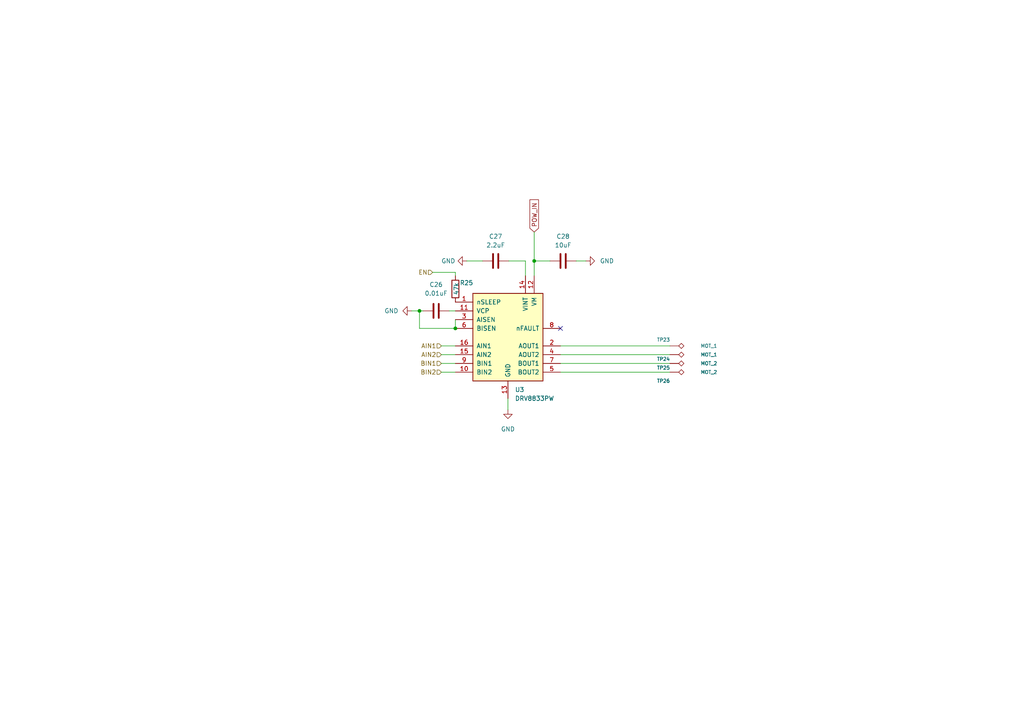
<source format=kicad_sch>
(kicad_sch (version 20211123) (generator eeschema)
  (paper "A4")
  (title_block (title "MUSHAK_PCB") (date "9 Aug 2022") (company "SRA-VJTI") (comment 1 "Designed by - Chinmay Lonkar"))
  (lib_symbols
    (symbol "Connector:TestPoint_Alt" (pin_numbers hide) (pin_names (offset 0.762) hide)
      (property "Reference" "TP" (at 0 6.858 0))
      (property "Value" "TestPoint_Alt" (at 0 5.08 0))
      (symbol "TestPoint_Alt_0_1"
        (polyline (pts (xy 0 2.54) (xy -0.762 3.302) (xy 0 4.064) (xy 0.762 3.302) (xy 0 2.54)))
      )
      (symbol "TestPoint_Alt_1_1"
        (pin passive line (at 0 0 90) (length 2.54) (name "1") (number "1"))
      )
    )
    (symbol "Device:C" (pin_numbers hide) (pin_names (offset 0.254))
      (property "Reference" "C" (at 0.635 2.54 0))
      (property "Value" "C" (at 0.635 -2.54 0))
      (symbol "C_0_1"
        (polyline (pts (xy -2.032 -0.762) (xy 2.032 -0.762)) (stroke (width 0.508)))
        (polyline (pts (xy -2.032 0.762) (xy 2.032 0.762)) (stroke (width 0.508)))
      )
      (symbol "C_1_1"
        (pin passive line (at 0 3.81 270) (length 2.794) (name "~") (number "1"))
        (pin passive line (at 0 -3.81 90) (length 2.794) (name "~") (number "2"))
      )
    )
    (symbol "Device:R" (pin_numbers hide) (pin_names (offset 0))
      (property "Reference" "R" (at 2.032 0 90))
      (property "Value" "R" (at 0 0 90))
      (symbol "R_0_1"
        (rectangle (start -1.016 -2.54) (end 1.016 2.54) (stroke (width 0.254)))
      )
      (symbol "R_1_1"
        (pin passive line (at 0 3.81 270) (length 1.27) (name "~") (number "1"))
        (pin passive line (at 0 -3.81 90) (length 1.27) (name "~") (number "2"))
      )
    )
    (symbol "Driver_Motor:DRV8833PW" (pin_names (offset 1.016))
      (property "Reference" "U" (at -3.81 16.51 0))
      (property "Value" "DRV8833PW" (at -3.81 13.97 0))
      (symbol "DRV8833PW_0_1"
        (rectangle (start -10.16 12.7) (end 10.16 -12.7) (stroke (width 0.254)) (fill (type background)))
      )
      (symbol "DRV8833PW_1_1"
        (pin input line (at -15.24 10.16 0) (length 5.08) (name "nSLEEP") (number "1"))
        (pin input line (at -15.24 -10.16 0) (length 5.08) (name "BIN2") (number "10"))
        (pin bidirectional line (at -15.24 7.62 0) (length 5.08) (name "VCP") (number "11"))
        (pin power_in line (at 7.62 17.78 270) (length 5.08) (name "VM") (number "12"))
        (pin power_in line (at 0 -17.78 90) (length 5.08) (name "GND") (number "13"))
        (pin power_in line (at 5.08 17.78 270) (length 5.08) (name "VINT") (number "14"))
        (pin input line (at -15.24 -5.08 0) (length 5.08) (name "AIN2") (number "15"))
        (pin input line (at -15.24 -2.54 0) (length 5.08) (name "AIN1") (number "16"))
        (pin power_out line (at 15.24 -2.54 180) (length 5.08) (name "AOUT1") (number "2"))
        (pin bidirectional line (at -15.24 5.08 0) (length 5.08) (name "AISEN") (number "3"))
        (pin power_out line (at 15.24 -5.08 180) (length 5.08) (name "AOUT2") (number "4"))
        (pin power_out line (at 15.24 -10.16 180) (length 5.08) (name "BOUT2") (number "5"))
        (pin bidirectional line (at -15.24 2.54 0) (length 5.08) (name "BISEN") (number "6"))
        (pin power_out line (at 15.24 -7.62 180) (length 5.08) (name "BOUT1") (number "7"))
        (pin open_collector line (at 15.24 2.54 180) (length 5.08) (name "nFAULT") (number "8"))
        (pin input line (at -15.24 -7.62 0) (length 5.08) (name "BIN1") (number "9"))
      )
    )
    (symbol "power:GND" (power) (pin_names (offset 0))
      (property "Value" "GND" (at 0 -3.81 0))
      (symbol "GND_0_1"
        (polyline (pts (xy 0 0) (xy 0 -1.27) (xy 1.27 -1.27) (xy 0 -2.54) (xy -1.27 -1.27) (xy 0 -1.27)))
      )
      (symbol "GND_1_1"
        (pin power_in line (at 0 0 270) (length 0) hide (name "GND") (number "1"))
      )
    )
  )
  (junction (at 132.08 95.25))
  (junction (at 154.94 75.692))
  (junction (at 121.666 90.17))
  (no_connect (at 162.56 95.25))
  (wire (pts (xy 154.94 67.31) (xy 154.94 75.692)))
  (wire (pts (xy 121.666 90.17) (xy 122.682 90.17)))
  (wire (pts (xy 162.56 107.95) (xy 194.31 107.95)))
  (wire (pts (xy 119.38 90.17) (xy 121.666 90.17)))
  (wire (pts (xy 152.4 75.692) (xy 152.4 80.01)))
  (wire (pts (xy 128.016 105.41) (xy 132.08 105.41)))
  (wire (pts (xy 132.08 78.994) (xy 132.08 80.01)))
  (wire (pts (xy 154.94 75.692) (xy 159.512 75.692)))
  (wire (pts (xy 147.32 115.57) (xy 147.32 118.872)))
  (wire (pts (xy 128.016 102.87) (xy 132.08 102.87)))
  (wire (pts (xy 135.382 75.692) (xy 139.954 75.692)))
  (wire (pts (xy 147.574 75.692) (xy 152.4 75.692)))
  (wire (pts (xy 162.56 100.33) (xy 194.31 100.33)))
  (wire (pts (xy 128.016 107.95) (xy 132.08 107.95)))
  (wire (pts (xy 121.666 95.25) (xy 121.666 90.17)))
  (wire (pts (xy 128.016 100.33) (xy 132.08 100.33)))
  (wire (pts (xy 125.476 78.994) (xy 132.08 78.994)))
  (wire (pts (xy 167.132 75.692) (xy 169.926 75.692)))
  (wire (pts (xy 154.94 80.01) (xy 154.94 75.692)))
  (wire (pts (xy 162.56 105.41) (xy 194.31 105.41)))
  (wire (pts (xy 162.56 102.87) (xy 194.31 102.87)))
  (wire (pts (xy 132.08 92.71) (xy 132.08 95.25)))
  (wire (pts (xy 132.08 95.25) (xy 121.666 95.25)))
  (wire (pts (xy 130.302 90.17) (xy 132.08 90.17)))
  (global_label "POW_IN" (shape input) (at 154.94 67.31 90) (property "Intersheet References" "${INTERSHEET_REFS}" (effects hide)))
  (hierarchical_label "BIN2" (shape input) (at 128.016 107.95 180))
  (hierarchical_label "AIN2" (shape input) (at 128.016 102.87 180))
  (hierarchical_label "BIN1" (shape input) (at 128.016 105.41 180))
  (hierarchical_label "EN" (shape input) (at 125.476 78.994 180))
  (hierarchical_label "AIN1" (shape input) (at 128.016 100.33 180))
  (symbol (lib_id "power:GND") (at 135.382 75.692 270) (unit 1)
    (property "Reference" "#PWR014" (effects hide))
    (property "Value" "GND" (at 132.08 75.6919 90) (effects (justify right)))
  )
  (symbol (lib_id "Connector:TestPoint_Alt") (at 194.31 107.95 270) (unit 1)
    (property "Reference" "TP26" (at 190.5 110.49 90) (effects (font (size 1 1)) (justify left)))
    (property "Value" "MOT_2" (at 203.2 107.95 90) (effects (font (size 1 1)) (justify left)))
    (property "Footprint" "TestPoint:TestPoint_Pad_1.0x1.0mm" (effects hide))
  )
  (symbol (lib_id "power:GND") (at 147.32 118.872 0) (unit 1)
    (property "Reference" "#PWR015" (effects hide))
    (property "Value" "GND" (at 147.32 124.46 0))
  )
  (symbol (lib_id "power:GND") (at 119.38 90.17 270) (unit 1)
    (property "Reference" "#PWR013" (effects hide))
    (property "Value" "GND" (at 115.57 90.1699 90) (effects (justify right)))
  )
  (symbol (lib_id "Connector:TestPoint_Alt") (at 194.31 102.87 270) (unit 1)
    (property "Reference" "TP24" (at 190.5 104.14 90) (effects (font (size 1 1)) (justify left)))
    (property "Value" "MOT_1" (at 203.2 102.87 90) (effects (font (size 1 1)) (justify left)))
    (property "Footprint" "TestPoint:TestPoint_Pad_1.0x1.0mm" (effects hide))
  )
  (symbol (lib_id "Device:R") (at 132.08 83.82 180) (unit 1)
    (property "Reference" "R25" (at 133.35 82.042 0) (effects (justify right)))
    (property "Value" "47k" (at 132.334 85.598 90) (effects (justify right)))
    (property "Footprint" "Resistor_SMD:R_0201_0603Metric" (effects hide))
  )
  (symbol (lib_id "Connector:TestPoint_Alt") (at 194.31 100.33 270) (unit 1)
    (property "Reference" "TP23" (at 190.5 98.552 90) (effects (font (size 1 1)) (justify left)))
    (property "Value" "MOT_1" (at 203.2 100.33 90) (effects (font (size 1 1)) (justify left)))
    (property "Footprint" "TestPoint:TestPoint_Pad_1.0x1.0mm" (effects hide))
  )
  (symbol (lib_id "Driver_Motor:DRV8833PW") (at 147.32 97.79 0) (unit 1)
    (property "Reference" "U3" (at 149.3394 113.03 0) (effects (justify left)))
    (property "Value" "DRV8833PW" (at 149.3394 115.57 0) (effects (justify left)))
    (property "Footprint" "Package_SO:TSSOP-16_4.4x5mm_P0.65mm" (effects hide))
    (property "Datasheet" "http://www.ti.com/lit/ds/symlink/drv8833.pdf" (effects hide))
  )
  (symbol (lib_id "Device:C") (at 126.492 90.17 90) (unit 1)
    (property "Reference" "C26" (at 126.492 82.55 90))
    (property "Value" "0.01uF" (at 126.492 85.09 90))
    (property "Footprint" "Capacitor_SMD:C_0402_1005Metric" (effects hide))
  )
  (symbol (lib_id "power:GND") (at 169.926 75.692 90) (unit 1)
    (property "Reference" "#PWR016" (effects hide))
    (property "Value" "GND" (at 173.99 75.6919 90) (effects (justify right)))
  )
  (symbol (lib_id "Connector:TestPoint_Alt") (at 194.31 105.41 270) (unit 1)
    (property "Reference" "TP25" (at 190.5 106.68 90) (effects (font (size 1 1)) (justify left)))
    (property "Value" "MOT_2" (at 203.2 105.41 90) (effects (font (size 1 1)) (justify left)))
    (property "Footprint" "TestPoint:TestPoint_Pad_1.0x1.0mm" (effects hide))
  )
  (symbol (lib_id "Device:C") (at 143.764 75.692 90) (unit 1)
    (property "Reference" "C27" (at 143.764 68.58 90))
    (property "Value" "2.2uF" (at 143.764 71.12 90))
    (property "Footprint" "Capacitor_SMD:C_0402_1005Metric" (effects hide))
  )
  (symbol (lib_id "Device:C") (at 163.322 75.692 90) (unit 1)
    (property "Reference" "C28" (at 163.322 68.58 90))
    (property "Value" "10uF" (at 163.322 71.12 90))
    (property "Footprint" "Capacitor_SMD:C_0402_1005Metric" (effects hide))
  )
)
</source>
